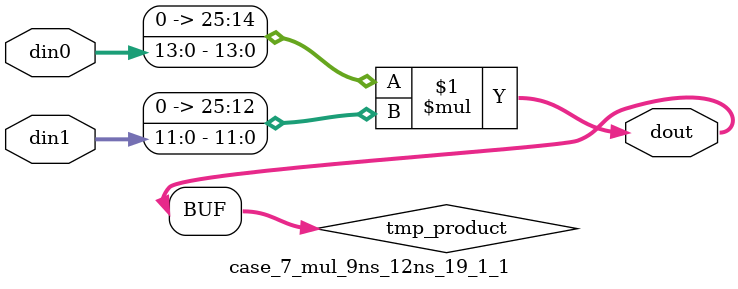
<source format=v>

`timescale 1 ns / 1 ps

 (* use_dsp = "no" *)  module case_7_mul_9ns_12ns_19_1_1(din0, din1, dout);
parameter ID = 1;
parameter NUM_STAGE = 0;
parameter din0_WIDTH = 14;
parameter din1_WIDTH = 12;
parameter dout_WIDTH = 26;

input [din0_WIDTH - 1 : 0] din0; 
input [din1_WIDTH - 1 : 0] din1; 
output [dout_WIDTH - 1 : 0] dout;

wire signed [dout_WIDTH - 1 : 0] tmp_product;
























assign tmp_product = $signed({1'b0, din0}) * $signed({1'b0, din1});











assign dout = tmp_product;





















endmodule

</source>
